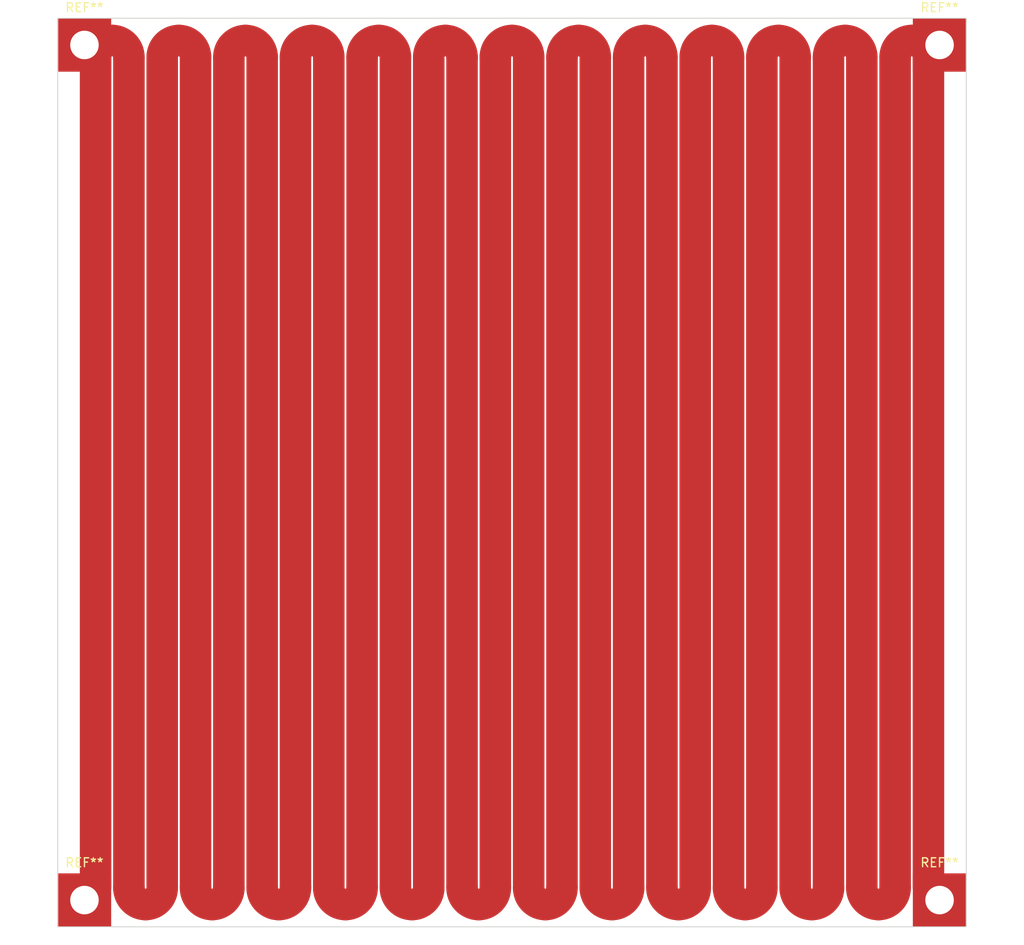
<source format=kicad_pcb>
(kicad_pcb (version 20211014) (generator pcbnew)
  (layers (0 "F.Cu" signal) (31 "B.Cu" signal) (34 "B.Paste" user) (35 "F.Paste" user) (36 "B.SilkS" user "B.Silkscreen") (37 "F.SilkS" user "F.Silkscreen") (38 "B.Mask" user) (39 "F.Mask" user) (44 "Edge.Cuts" user))
  (net 0 "")
  (footprint "MountingHole:MountingHole_3.2mm_M3" (layer "F.Cu") (at 103 63)
    (fp_text reference "REF**" (at 0 -4.2) (layer "F.SilkS"))
    (fp_text value "MountingHole_3.2mm_M3")
    (pad "" np_thru_hole circle (at 0 0) (size 3.2 3.2) (drill 3.2) (layers *.Cu *.Mask))
  )
  (footprint "MountingHole:MountingHole_3.2mm_M3" (layer "F.Cu") (at 199 63)
    (fp_text reference "REF**" (at 0 -4.2) (layer "F.SilkS"))
    (fp_text value "MountingHole_3.2mm_M3")
    (pad "" np_thru_hole circle (at 0 0) (size 3.2 3.2) (drill 3.2) (layers *.Cu *.Mask))
  )
  (footprint "MountingHole:MountingHole_3.2mm_M3" (layer "F.Cu") (at 103 159)
    (fp_text reference "REF**" (at 0 -4.2) (layer "F.SilkS"))
    (fp_text value "MountingHole_3.2mm_M3")
    (pad "" np_thru_hole circle (at 0 0) (size 3.2 3.2) (drill 3.2) (layers *.Cu *.Mask))
  )
  (footprint "MountingHole:MountingHole_3.2mm_M3" (layer "F.Cu") (at 199 159)
    (fp_text reference "REF**" (at 0 -4.2) (layer "F.SilkS"))
    (fp_text value "MountingHole_3.2mm_M3")
    (pad "" np_thru_hole circle (at 0 0) (size 3.2 3.2) (drill 3.2) (layers *.Cu *.Mask))
  )
  (gr_rect (start 202 162) (end 196 156) (layer "F.Cu") (width 0) (fill solid))
  (gr_rect (start 106 156) (end 100 162) (layer "F.Cu") (width 0) (fill solid))
  (gr_rect (start 106 66) (end 100 60) (layer "F.Cu") (width 0) (fill solid))
  (gr_rect (start 202 66) (end 196 60) (layer "F.Cu") (width 0) (fill solid))
  (gr_rect (start 100 60) (end 202 162) (layer "Edge.Cuts") (width 0.1) (fill none))
  (segment (start 175.31 157.63) (end 175.31 64.51) (width 3.54) (layer "F.Cu") (net 0))
  (segment (start 145.39 157.49) (end 145.39 64.37) (width 3.54) (layer "F.Cu") (net 0))
  (segment (start 130.43 157.63) (end 130.43 64.51) (width 3.54) (layer "F.Cu") (net 0))
  (segment (start 137.91 157.49) (end 137.91 64.37) (width 3.54) (layer "F.Cu") (net 0))
  (segment (start 122.95 157.49) (end 122.95 64.37) (width 3.54) (layer "F.Cu") (net 0))
  (segment (start 119.21 157.63) (end 119.21 64.51) (width 3.54) (layer "F.Cu") (net 0))
  (segment (start 156.61 157.49) (end 156.61 64.37) (width 3.54) (layer "F.Cu") (net 0))
  (segment (start 190.27 157.49) (end 190.27 64.37) (width 3.54) (layer "F.Cu") (net 0))
  (segment (start 167.83 157.49) (end 167.83 64.37) (width 3.54) (layer "F.Cu") (net 0))
  (segment (start 149.13 157.49) (end 149.13 64.37) (width 3.54) (layer "F.Cu") (net 0))
  (segment (start 111.73 157.49) (end 111.73 64.37) (width 3.54) (layer "F.Cu") (net 0))
  (segment (start 197.75 157.49) (end 197.75 64.37) (width 3.54) (layer "F.Cu") (net 0))
  (segment (start 115.47 157.49) (end 115.47 64.37) (width 3.54) (layer "F.Cu") (net 0))
  (segment (start 179.05 157.49) (end 179.05 64.37) (width 3.54) (layer "F.Cu") (net 0))
  (segment (start 107.99 157.63) (end 107.99 64.51) (width 3.54) (layer "F.Cu") (net 0))
  (segment (start 164.09 157.63) (end 164.09 64.51) (width 3.54) (layer "F.Cu") (net 0))
  (segment (start 104.25 157.49) (end 104.25 64.37) (width 3.54) (layer "F.Cu") (net 0))
  (segment (start 182.79 157.49) (end 182.79 64.37) (width 3.54) (layer "F.Cu") (net 0))
  (segment (start 134.17 157.49) (end 134.17 64.37) (width 3.54) (layer "F.Cu") (net 0))
  (segment (start 126.69 157.49) (end 126.69 64.37) (width 3.54) (layer "F.Cu") (net 0))
  (segment (start 171.57 157.49) (end 171.57 64.37) (width 3.54) (layer "F.Cu") (net 0))
  (segment (start 160.35 157.49) (end 160.35 64.37) (width 3.54) (layer "F.Cu") (net 0))
  (segment (start 152.87 157.63) (end 152.87 64.51) (width 3.54) (layer "F.Cu") (net 0))
  (segment (start 141.65 157.63) (end 141.65 64.51) (width 3.54) (layer "F.Cu") (net 0))
  (segment (start 186.53 157.63) (end 186.53 64.51) (width 3.54) (layer "F.Cu") (net 0))
  (segment (start 194.01 157.49) (end 194.01 64.37) (width 3.54) (layer "F.Cu") (net 0))
  (arc (start 190.27 157.63) (mid 190.81771 158.95229) (end 192.14 159.5) (width 3.54) (layer "F.Cu") (net 0))
  (arc (start 134.17 64.37) (mid 134.71771 63.04771) (end 136.04 62.5) (width 3.54) (layer "F.Cu") (net 0))
  (arc (start 104.25 64.37) (mid 104.79771 63.04771) (end 106.12 62.5) (width 3.54) (layer "F.Cu") (net 0))
  (arc (start 188.4 62.5) (mid 189.72229 63.04771) (end 190.27 64.37) (width 3.54) (layer "F.Cu") (net 0))
  (arc (start 184.66 159.5) (mid 185.98229 158.95229) (end 186.53 157.63) (width 3.54) (layer "F.Cu") (net 0))
  (arc (start 162.22 159.5) (mid 163.54229 158.95229) (end 164.09 157.63) (width 3.54) (layer "F.Cu") (net 0))
  (arc (start 128.56 62.5) (mid 129.88229 63.04771) (end 130.43 64.37) (width 3.54) (layer "F.Cu") (net 0))
  (arc (start 145.39 157.63) (mid 145.93771 158.95229) (end 147.26 159.5) (width 3.54) (layer "F.Cu") (net 0))
  (arc (start 121.08 62.5) (mid 122.40229 63.04771) (end 122.95 64.37) (width 3.54) (layer "F.Cu") (net 0))
  (arc (start 180.92 62.5) (mid 182.24229 63.04771) (end 182.79 64.37) (width 3.54) (layer "F.Cu") (net 0))
  (arc (start 160.35 157.63) (mid 160.89771 158.95229) (end 162.22 159.5) (width 3.54) (layer "F.Cu") (net 0))
  (arc (start 165.96 62.5) (mid 167.28229 63.04771) (end 167.83 64.37) (width 3.54) (layer "F.Cu") (net 0))
  (arc (start 141.65 64.37) (mid 142.19771 63.04771) (end 143.52 62.5) (width 3.54) (layer "F.Cu") (net 0))
  (arc (start 137.91 157.63) (mid 138.45771 158.95229) (end 139.78 159.5) (width 3.54) (layer "F.Cu") (net 0))
  (arc (start 124.82 159.5) (mid 126.14229 158.95229) (end 126.69 157.63) (width 3.54) (layer "F.Cu") (net 0))
  (arc (start 152.87 157.63) (mid 153.41771 158.95229) (end 154.74 159.5) (width 3.54) (layer "F.Cu") (net 0))
  (arc (start 109.86 159.5) (mid 111.18229 158.95229) (end 111.73 157.63) (width 3.54) (layer "F.Cu") (net 0))
  (arc (start 139.78 159.5) (mid 141.10229 158.95229) (end 141.65 157.63) (width 3.54) (layer "F.Cu") (net 0))
  (arc (start 173.44 62.5) (mid 174.76229 63.04771) (end 175.31 64.37) (width 3.54) (layer "F.Cu") (net 0))
  (arc (start 167.83 157.63) (mid 168.37771 158.95229) (end 169.7 159.5) (width 3.54) (layer "F.Cu") (net 0))
  (arc (start 122.95 157.63) (mid 123.49771 158.95229) (end 124.82 159.5) (width 3.54) (layer "F.Cu") (net 0))
  (arc (start 186.53 64.37) (mid 187.07771 63.04771) (end 188.4 62.5) (width 3.54) (layer "F.Cu") (net 0))
  (arc (start 132.3 159.5) (mid 133.62229 158.95229) (end 134.17 157.63) (width 3.54) (layer "F.Cu") (net 0))
  (arc (start 147.26 159.5) (mid 148.58229 158.95229) (end 149.13 157.63) (width 3.54) (layer "F.Cu") (net 0))
  (arc (start 195.88 62.5) (mid 197.20229 63.04771) (end 197.75 64.37) (width 3.54) (layer "F.Cu") (net 0))
  (arc (start 192.14 159.5) (mid 193.46229 158.95229) (end 194.01 157.63) (width 3.54) (layer "F.Cu") (net 0))
  (arc (start 151 62.5) (mid 152.32229 63.04771) (end 152.87 64.37) (width 3.54) (layer "F.Cu") (net 0))
  (arc (start 158.48 62.5) (mid 159.80229 63.04771) (end 160.35 64.37) (width 3.54) (layer "F.Cu") (net 0))
  (arc (start 130.43 157.63) (mid 130.97771 158.95229) (end 132.3 159.5) (width 3.54) (layer "F.Cu") (net 0))
  (arc (start 156.61 64.37) (mid 157.15771 63.04771) (end 158.48 62.5) (width 3.54) (layer "F.Cu") (net 0))
  (arc (start 119.21 64.37) (mid 119.75771 63.04771) (end 121.08 62.5) (width 3.54) (layer "F.Cu") (net 0))
  (arc (start 169.7 159.5) (mid 171.02229 158.95229) (end 171.57 157.63) (width 3.54) (layer "F.Cu") (net 0))
  (arc (start 177.18 159.5) (mid 178.50229 158.95229) (end 179.05 157.63) (width 3.54) (layer "F.Cu") (net 0))
  (arc (start 182.79 157.63) (mid 183.33771 158.95229) (end 184.66 159.5) (width 3.54) (layer "F.Cu") (net 0))
  (arc (start 171.57 64.37) (mid 172.11771 63.04771) (end 173.44 62.5) (width 3.54) (layer "F.Cu") (net 0))
  (arc (start 106.12 62.5) (mid 107.44229 63.04771) (end 107.99 64.37) (width 3.54) (layer "F.Cu") (net 0))
  (arc (start 164.09 64.37) (mid 164.63771 63.04771) (end 165.96 62.5) (width 3.54) (layer "F.Cu") (net 0))
  (arc (start 115.47 157.63) (mid 116.01771 158.95229) (end 117.34 159.5) (width 3.54) (layer "F.Cu") (net 0))
  (arc (start 136.04 62.5) (mid 137.36229 63.04771) (end 137.91 64.37) (width 3.54) (layer "F.Cu") (net 0))
  (arc (start 194.01 64.37) (mid 194.55771 63.04771) (end 195.88 62.5) (width 3.54) (layer "F.Cu") (net 0))
  (arc (start 175.31 157.63) (mid 175.85771 158.95229) (end 177.18 159.5) (width 3.54) (layer "F.Cu") (net 0))
  (arc (start 117.34 159.5) (mid 118.66229 158.95229) (end 119.21 157.63) (width 3.54) (layer "F.Cu") (net 0))
  (arc (start 179.05 64.37) (mid 179.59771 63.04771) (end 180.92 62.5) (width 3.54) (layer "F.Cu") (net 0))
  (arc (start 113.6 62.5) (mid 114.92229 63.04771) (end 115.47 64.37) (width 3.54) (layer "F.Cu") (net 0))
  (arc (start 143.52 62.5) (mid 144.84229 63.04771) (end 145.39 64.37) (width 3.54) (layer "F.Cu") (net 0))
  (arc (start 126.69 64.37) (mid 127.23771 63.04771) (end 128.56 62.5) (width 3.54) (layer "F.Cu") (net 0))
  (arc (start 154.74 159.5) (mid 156.06229 158.95229) (end 156.61 157.63) (width 3.54) (layer "F.Cu") (net 0))
  (arc (start 149.13 64.37) (mid 149.67771 63.04771) (end 151 62.5) (width 3.54) (layer "F.Cu") (net 0))
  (arc (start 107.99 157.63) (mid 108.53771 158.95229) (end 109.86 159.5) (width 3.54) (layer "F.Cu") (net 0))
  (arc (start 111.73 64.37) (mid 112.27771 63.04771) (end 113.6 62.5) (width 3.54) (layer "F.Cu") (net 0))
)
</source>
